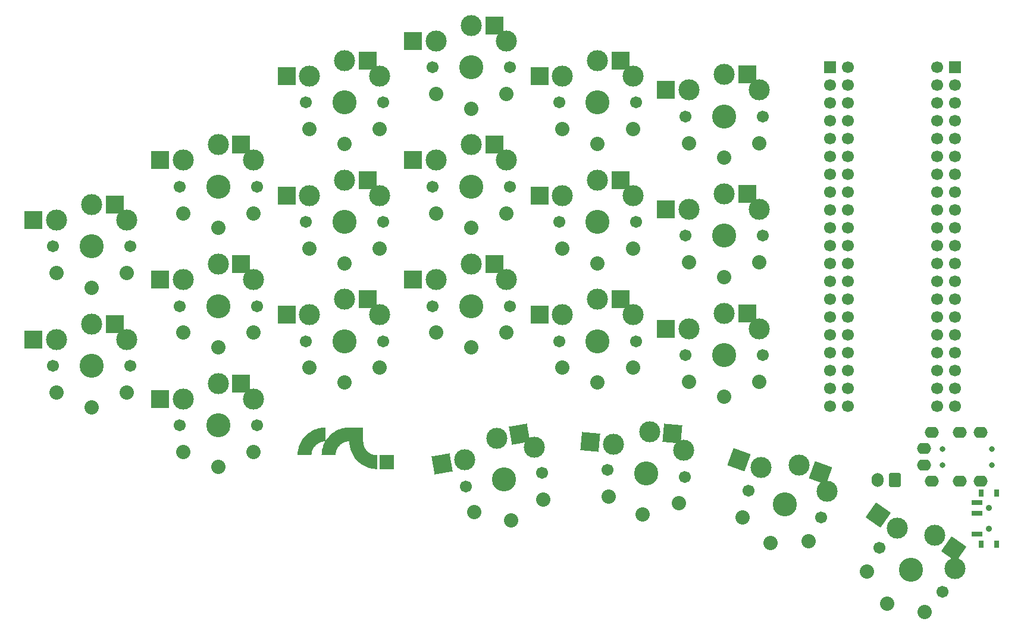
<source format=gbr>
%TF.GenerationSoftware,KiCad,Pcbnew,7.0.1-0*%
%TF.CreationDate,2025-04-04T15:19:30+02:00*%
%TF.ProjectId,nantor,6e616e74-6f72-42e6-9b69-6361645f7063,rev?*%
%TF.SameCoordinates,Original*%
%TF.FileFunction,Soldermask,Top*%
%TF.FilePolarity,Negative*%
%FSLAX46Y46*%
G04 Gerber Fmt 4.6, Leading zero omitted, Abs format (unit mm)*
G04 Created by KiCad (PCBNEW 7.0.1-0) date 2025-04-04 15:19:30*
%MOMM*%
%LPD*%
G01*
G04 APERTURE LIST*
G04 Aperture macros list*
%AMRoundRect*
0 Rectangle with rounded corners*
0 $1 Rounding radius*
0 $2 $3 $4 $5 $6 $7 $8 $9 X,Y pos of 4 corners*
0 Add a 4 corners polygon primitive as box body*
4,1,4,$2,$3,$4,$5,$6,$7,$8,$9,$2,$3,0*
0 Add four circle primitives for the rounded corners*
1,1,$1+$1,$2,$3*
1,1,$1+$1,$4,$5*
1,1,$1+$1,$6,$7*
1,1,$1+$1,$8,$9*
0 Add four rect primitives between the rounded corners*
20,1,$1+$1,$2,$3,$4,$5,0*
20,1,$1+$1,$4,$5,$6,$7,0*
20,1,$1+$1,$6,$7,$8,$9,0*
20,1,$1+$1,$8,$9,$2,$3,0*%
%AMRotRect*
0 Rectangle, with rotation*
0 The origin of the aperture is its center*
0 $1 length*
0 $2 width*
0 $3 Rotation angle, in degrees counterclockwise*
0 Add horizontal line*
21,1,$1,$2,0,0,$3*%
G04 Aperture macros list end*
%ADD10C,0.000000*%
%ADD11C,1.701800*%
%ADD12C,3.000000*%
%ADD13C,3.429000*%
%ADD14C,2.032000*%
%ADD15R,2.600000X2.600000*%
%ADD16RotRect,2.600000X2.600000X355.000000*%
%ADD17RotRect,2.600000X2.600000X340.000000*%
%ADD18R,1.700000X1.700000*%
%ADD19C,1.700000*%
%ADD20R,0.800000X1.000000*%
%ADD21C,0.900000*%
%ADD22R,1.500000X0.700000*%
%ADD23C,0.800000*%
%ADD24O,2.000000X1.600000*%
%ADD25RotRect,2.600000X2.600000X10.000000*%
%ADD26RotRect,2.600000X2.600000X325.000000*%
%ADD27RoundRect,0.250000X0.600000X0.750000X-0.600000X0.750000X-0.600000X-0.750000X0.600000X-0.750000X0*%
%ADD28O,1.700000X2.000000*%
G04 APERTURE END LIST*
D10*
G36*
X121496427Y-114490710D02*
G01*
X119520870Y-114490710D01*
X119520870Y-112515158D01*
X121496427Y-112515158D01*
X121496427Y-114490710D01*
G37*
G36*
X111753005Y-110540305D02*
G01*
X111651552Y-110543234D01*
X111551434Y-110551184D01*
X111452773Y-110564032D01*
X111355692Y-110581656D01*
X111260314Y-110603931D01*
X111166761Y-110630736D01*
X111075157Y-110661948D01*
X110985624Y-110697444D01*
X110898285Y-110737101D01*
X110813262Y-110780796D01*
X110730680Y-110828407D01*
X110650659Y-110879811D01*
X110573324Y-110934884D01*
X110498796Y-110993505D01*
X110427200Y-111055550D01*
X110358657Y-111120897D01*
X110293290Y-111189422D01*
X110231222Y-111261003D01*
X110172577Y-111335517D01*
X110117476Y-111412841D01*
X110066042Y-111492853D01*
X110018399Y-111575430D01*
X109974669Y-111660449D01*
X109934974Y-111747786D01*
X109899439Y-111837320D01*
X109868185Y-111928927D01*
X109841335Y-112022485D01*
X109819012Y-112117871D01*
X109801339Y-112214962D01*
X109788439Y-112313635D01*
X109780434Y-112413767D01*
X109777447Y-112515236D01*
X107801890Y-112515236D01*
X107807031Y-112311867D01*
X107822290Y-112111173D01*
X107847419Y-111913401D01*
X107882168Y-111718801D01*
X107926290Y-111527619D01*
X107979537Y-111340105D01*
X108041659Y-111156505D01*
X108112408Y-110977068D01*
X108191537Y-110802042D01*
X108278797Y-110631674D01*
X108373940Y-110466213D01*
X108476717Y-110305907D01*
X108586879Y-110151004D01*
X108704179Y-110001751D01*
X108828368Y-109858396D01*
X108959199Y-109721188D01*
X109096421Y-109590375D01*
X109239788Y-109466204D01*
X109389051Y-109348924D01*
X109543961Y-109238782D01*
X109704270Y-109136026D01*
X109869730Y-109040905D01*
X110040093Y-108953666D01*
X110215110Y-108874557D01*
X110394532Y-108803827D01*
X110578112Y-108741723D01*
X110765601Y-108688493D01*
X110956751Y-108644385D01*
X111151313Y-108609647D01*
X111349040Y-108584527D01*
X111549682Y-108569274D01*
X111752992Y-108564134D01*
X111753005Y-108564121D01*
X111753005Y-110540305D01*
G37*
G36*
X117149878Y-110540034D02*
G01*
X117152864Y-110641501D01*
X117160869Y-110741629D01*
X117173769Y-110840293D01*
X117191441Y-110937373D01*
X117213764Y-111032745D01*
X117240613Y-111126286D01*
X117271867Y-111217875D01*
X117307403Y-111307388D01*
X117347097Y-111394703D01*
X117390827Y-111479697D01*
X117438470Y-111562248D01*
X117489904Y-111642233D01*
X117545005Y-111719530D01*
X117603651Y-111794016D01*
X117665718Y-111865569D01*
X117731085Y-111934065D01*
X117799629Y-111999383D01*
X117871225Y-112061400D01*
X117945753Y-112119992D01*
X118023088Y-112175039D01*
X118103109Y-112226416D01*
X118185692Y-112274002D01*
X118270714Y-112317674D01*
X118358054Y-112357309D01*
X118447587Y-112392784D01*
X118539191Y-112423978D01*
X118632744Y-112450768D01*
X118728123Y-112473030D01*
X118825204Y-112490643D01*
X118923865Y-112503484D01*
X119023983Y-112511429D01*
X119125436Y-112514358D01*
X119125436Y-114491150D01*
X118922127Y-114486010D01*
X118721486Y-114470756D01*
X118523761Y-114445637D01*
X118329199Y-114410899D01*
X118138050Y-114366792D01*
X117950561Y-114313562D01*
X117766981Y-114251458D01*
X117587559Y-114180728D01*
X117412542Y-114101619D01*
X117242180Y-114014381D01*
X117076720Y-113919260D01*
X116916410Y-113816505D01*
X116761500Y-113706363D01*
X116612237Y-113589083D01*
X116468870Y-113464913D01*
X116331647Y-113334100D01*
X116200817Y-113196892D01*
X116076627Y-113053538D01*
X115959327Y-112904285D01*
X115849164Y-112749382D01*
X115746387Y-112589076D01*
X115651244Y-112423615D01*
X115563984Y-112253247D01*
X115484854Y-112078221D01*
X115414104Y-111898783D01*
X115351981Y-111715183D01*
X115298735Y-111527668D01*
X115254613Y-111336486D01*
X115219863Y-111141885D01*
X115194734Y-110944113D01*
X115179475Y-110743417D01*
X115174333Y-110540047D01*
X115072881Y-110542978D01*
X114972762Y-110550933D01*
X114874101Y-110563790D01*
X114777020Y-110581424D01*
X114681642Y-110603714D01*
X114588090Y-110630535D01*
X114496485Y-110661766D01*
X114406952Y-110697283D01*
X114319613Y-110736962D01*
X114234591Y-110780682D01*
X114152008Y-110828318D01*
X114071988Y-110879749D01*
X113994652Y-110934850D01*
X113920125Y-110993499D01*
X113848528Y-111055573D01*
X113779985Y-111120948D01*
X113714619Y-111189502D01*
X113652551Y-111261112D01*
X113593905Y-111335655D01*
X113538804Y-111413007D01*
X113487371Y-111493046D01*
X113439727Y-111575648D01*
X113395997Y-111660691D01*
X113356303Y-111748051D01*
X113320767Y-111837606D01*
X113289513Y-111929232D01*
X113262663Y-112022806D01*
X113240341Y-112118206D01*
X113222668Y-112215308D01*
X113209767Y-112313989D01*
X113201762Y-112414127D01*
X113198776Y-112515598D01*
X111223218Y-112515598D01*
X111228360Y-112312229D01*
X111243619Y-112111534D01*
X111268747Y-111913763D01*
X111303497Y-111719163D01*
X111347619Y-111527981D01*
X111400865Y-111340466D01*
X111462987Y-111156867D01*
X111533737Y-110977430D01*
X111612866Y-110802403D01*
X111700126Y-110632036D01*
X111795268Y-110466575D01*
X111898045Y-110306269D01*
X112008207Y-110151365D01*
X112125508Y-110002112D01*
X112249697Y-109858758D01*
X112380527Y-109721550D01*
X112517750Y-109590737D01*
X112661116Y-109466566D01*
X112810379Y-109349286D01*
X112965289Y-109239144D01*
X113125599Y-109136388D01*
X113291059Y-109041267D01*
X113461421Y-108954028D01*
X113636438Y-108874919D01*
X113815861Y-108804189D01*
X113999441Y-108742085D01*
X114186930Y-108688855D01*
X114378080Y-108644747D01*
X114572642Y-108610009D01*
X114770369Y-108584889D01*
X114971011Y-108569636D01*
X115174320Y-108564496D01*
X115174320Y-108564483D01*
X117149878Y-108564483D01*
X117149878Y-110540034D01*
G37*
D11*
%TO.C,KS12*%
X163006983Y-81277968D03*
D12*
X163506983Y-77527968D03*
X168506983Y-75327968D03*
D13*
X168506983Y-81277968D03*
D12*
X173506983Y-77527968D03*
D11*
X174006983Y-81277968D03*
D14*
X168506983Y-87177968D03*
D15*
X171781983Y-75327968D03*
X160231983Y-77527968D03*
D14*
X163506983Y-85077968D03*
X173506983Y-85077968D03*
%TD*%
D11*
%TO.C,KS2*%
X91006983Y-74277968D03*
D12*
X91506983Y-70527968D03*
X96506983Y-68327968D03*
D13*
X96506983Y-74277968D03*
D12*
X101506983Y-70527968D03*
D11*
X102006983Y-74277968D03*
D14*
X96506983Y-80177968D03*
D15*
X99781983Y-68327968D03*
X88231983Y-70527968D03*
D14*
X91506983Y-78077968D03*
X101506983Y-78077968D03*
%TD*%
D11*
%TO.C,KS3*%
X109006983Y-62277968D03*
D12*
X109506983Y-58527968D03*
X114506983Y-56327968D03*
D13*
X114506983Y-62277968D03*
D12*
X119506983Y-58527968D03*
D11*
X120006983Y-62277968D03*
D14*
X114506983Y-68177968D03*
D15*
X117781983Y-56327968D03*
X106231983Y-58527968D03*
D14*
X109506983Y-66077968D03*
X119506983Y-66077968D03*
%TD*%
D11*
%TO.C,KS19*%
X151915929Y-114619643D03*
D12*
X152740861Y-110927491D03*
X157913577Y-109171642D03*
D13*
X157395000Y-115099000D03*
D12*
X162702808Y-111799049D03*
D11*
X162874071Y-115578357D03*
D14*
X156880781Y-120976549D03*
D16*
X161176114Y-109457077D03*
X149478323Y-110642056D03*
D14*
X152082835Y-118448761D03*
X162044782Y-119320319D03*
%TD*%
D11*
%TO.C,KS4*%
X127006983Y-57277968D03*
D12*
X127506983Y-53527968D03*
X132506983Y-51327968D03*
D13*
X132506983Y-57277968D03*
D12*
X137506983Y-53527968D03*
D11*
X138006983Y-57277968D03*
D14*
X132506983Y-63177968D03*
D15*
X135781983Y-51327968D03*
X124231983Y-53527968D03*
D14*
X127506983Y-61077968D03*
X137506983Y-61077968D03*
%TD*%
D11*
%TO.C,KS17*%
X163006983Y-98277968D03*
D12*
X163506983Y-94527968D03*
X168506983Y-92327968D03*
D13*
X168506983Y-98277968D03*
D12*
X173506983Y-94527968D03*
D11*
X174006983Y-98277968D03*
D14*
X168506983Y-104177968D03*
D15*
X171781983Y-92327968D03*
X160231983Y-94527968D03*
D14*
X163506983Y-102077968D03*
X173506983Y-102077968D03*
%TD*%
D11*
%TO.C,KS11*%
X145006983Y-79277968D03*
D12*
X145506983Y-75527968D03*
X150506983Y-73327968D03*
D13*
X150506983Y-79277968D03*
D12*
X155506983Y-75527968D03*
D11*
X156006983Y-79277968D03*
D14*
X150506983Y-85177968D03*
D15*
X153781983Y-73327968D03*
X142231983Y-75527968D03*
D14*
X145506983Y-83077968D03*
X155506983Y-83077968D03*
%TD*%
D11*
%TO.C,KS16*%
X145006983Y-96277968D03*
D12*
X145506983Y-92527968D03*
X150506983Y-90327968D03*
D13*
X150506983Y-96277968D03*
D12*
X155506983Y-92527968D03*
D11*
X156006983Y-96277968D03*
D14*
X150506983Y-102177968D03*
D15*
X153781983Y-90327968D03*
X142231983Y-92527968D03*
D14*
X145506983Y-100077968D03*
X155506983Y-100077968D03*
%TD*%
D11*
%TO.C,KS1*%
X73006983Y-82777968D03*
D12*
X73506983Y-79027968D03*
X78506983Y-76827968D03*
D13*
X78506983Y-82777968D03*
D12*
X83506983Y-79027968D03*
D11*
X84006983Y-82777968D03*
D14*
X78506983Y-88677968D03*
D15*
X81781983Y-76827968D03*
X70231983Y-79027968D03*
D14*
X73506983Y-86577968D03*
X83506983Y-86577968D03*
%TD*%
D11*
%TO.C,KS7*%
X73006983Y-99777968D03*
D12*
X73506983Y-96027968D03*
X78506983Y-93827968D03*
D13*
X78506983Y-99777968D03*
D12*
X83506983Y-96027968D03*
D11*
X84006983Y-99777968D03*
D14*
X78506983Y-105677968D03*
D15*
X81781983Y-93827968D03*
X70231983Y-96027968D03*
D14*
X73506983Y-103577968D03*
X83506983Y-103577968D03*
%TD*%
D11*
%TO.C,KS20*%
X171978691Y-117596889D03*
D12*
X173731112Y-114244052D03*
X179182020Y-113886829D03*
D13*
X177147000Y-119478000D03*
D12*
X183128039Y-117664253D03*
D11*
X182315309Y-121359111D03*
D14*
X175129081Y-125022186D03*
D17*
X182259513Y-115006945D03*
X170653619Y-113123936D03*
D14*
X171148860Y-121338731D03*
X180545787Y-124758933D03*
%TD*%
D18*
%TO.C,U1*%
X183541983Y-57297968D03*
X201321983Y-57297968D03*
D19*
X183541983Y-59837968D03*
X201321983Y-59837968D03*
X183541983Y-62377968D03*
X201321983Y-62377968D03*
X183541983Y-64917968D03*
X201321983Y-64917968D03*
X183541983Y-67457968D03*
X201321983Y-67457968D03*
X183541983Y-69997968D03*
X201321983Y-69997968D03*
X183541983Y-72537968D03*
X201321983Y-72537968D03*
X183541983Y-75077968D03*
X201321983Y-75077968D03*
X183541983Y-77617968D03*
X201321983Y-77617968D03*
X183541983Y-80157968D03*
X201321983Y-80157968D03*
X183541983Y-82697968D03*
X201321983Y-82697968D03*
X183541983Y-85237968D03*
X201321983Y-85237968D03*
X183541983Y-87777968D03*
X201321983Y-87777968D03*
X183541983Y-90317968D03*
X201321983Y-90317968D03*
X183541983Y-92857968D03*
X201321983Y-92857968D03*
X183541983Y-95397968D03*
X201321983Y-95397968D03*
X183541983Y-97937968D03*
X201321983Y-97937968D03*
X183541983Y-100477968D03*
X201321983Y-100477968D03*
X183541983Y-103017968D03*
X201321983Y-103017968D03*
X183541983Y-105557968D03*
X201321983Y-105557968D03*
X186081983Y-105557968D03*
X198781983Y-105557968D03*
X186081983Y-103017968D03*
X198781983Y-103017968D03*
X186081983Y-100477968D03*
X198781983Y-100477968D03*
X186081983Y-97937968D03*
X198781983Y-97937968D03*
X186081983Y-95397968D03*
X198781983Y-95397968D03*
X186081983Y-92857968D03*
X198781983Y-92857968D03*
X186081983Y-90317968D03*
X198781983Y-90317968D03*
X186081983Y-87777968D03*
X198781983Y-87777968D03*
X186081983Y-85237968D03*
X198781983Y-85237968D03*
X186081983Y-82697968D03*
X198781983Y-82697968D03*
X186081983Y-80157968D03*
X198781983Y-80157968D03*
X186081983Y-77617968D03*
X198781983Y-77617968D03*
X186081983Y-75077968D03*
X198781983Y-75077968D03*
X186081983Y-72537968D03*
X198781983Y-72537968D03*
X186081983Y-69997968D03*
X198781983Y-69997968D03*
X186081983Y-67457968D03*
X198781983Y-67457968D03*
X186081983Y-64917968D03*
X198781983Y-64917968D03*
X186081983Y-62377968D03*
X198781983Y-62377968D03*
X186081983Y-59837968D03*
X198781983Y-59837968D03*
X186081983Y-57297968D03*
X198781983Y-57297968D03*
%TD*%
D11*
%TO.C,KS5*%
X145006983Y-62277968D03*
D12*
X145506983Y-58527968D03*
X150506983Y-56327968D03*
D13*
X150506983Y-62277968D03*
D12*
X155506983Y-58527968D03*
D11*
X156006983Y-62277968D03*
D14*
X150506983Y-68177968D03*
D15*
X153781983Y-56327968D03*
X142231983Y-58527968D03*
D14*
X145506983Y-66077968D03*
X155506983Y-66077968D03*
%TD*%
D20*
%TO.C,SW1*%
X205096699Y-125159898D03*
X207306699Y-125159898D03*
D21*
X206206699Y-123009898D03*
X206206699Y-120009898D03*
D20*
X205096699Y-117859898D03*
X207306699Y-117859898D03*
D22*
X204446699Y-123759898D03*
X204446699Y-120759898D03*
X204446699Y-119259898D03*
%TD*%
D23*
%TO.C,J1*%
X206615182Y-111607147D03*
X199615182Y-111607147D03*
X206615182Y-113887147D03*
X199615182Y-113887147D03*
D24*
X202015182Y-109307147D03*
X205015182Y-116187147D03*
X196915182Y-111587147D03*
X196915182Y-113907147D03*
X198015182Y-109307147D03*
X198015182Y-116187147D03*
X205015182Y-109307147D03*
X202015182Y-116187147D03*
%TD*%
D11*
%TO.C,KS6*%
X163006983Y-64277968D03*
D12*
X163506983Y-60527968D03*
X168506983Y-58327968D03*
D13*
X168506983Y-64277968D03*
D12*
X173506983Y-60527968D03*
D11*
X174006983Y-64277968D03*
D14*
X168506983Y-70177968D03*
D15*
X171781983Y-58327968D03*
X160231983Y-60527968D03*
D14*
X163506983Y-68077968D03*
X173506983Y-68077968D03*
%TD*%
D11*
%TO.C,KS13*%
X91006983Y-108277968D03*
D12*
X91506983Y-104527968D03*
X96506983Y-102327968D03*
D13*
X96506983Y-108277968D03*
D12*
X101506983Y-104527968D03*
D11*
X102006983Y-108277968D03*
D14*
X96506983Y-114177968D03*
D15*
X99781983Y-102327968D03*
X88231983Y-104527968D03*
D14*
X91506983Y-112077968D03*
X101506983Y-112077968D03*
%TD*%
D11*
%TO.C,KS14*%
X109006983Y-96277968D03*
D12*
X109506983Y-92527968D03*
X114506983Y-90327968D03*
D13*
X114506983Y-96277968D03*
D12*
X119506983Y-92527968D03*
D11*
X120006983Y-96277968D03*
D14*
X114506983Y-102177968D03*
D15*
X117781983Y-90327968D03*
X106231983Y-92527968D03*
D14*
X109506983Y-100077968D03*
X119506983Y-100077968D03*
%TD*%
D11*
%TO.C,KS18*%
X131766557Y-116937065D03*
D12*
X131607781Y-113157212D03*
X136149793Y-110122394D03*
D13*
X137183000Y-115982000D03*
D12*
X141455858Y-111420730D03*
D11*
X142599443Y-115026935D03*
D14*
X138207524Y-121792366D03*
D25*
X139375039Y-109553696D03*
X128382535Y-113725910D03*
D14*
X132918824Y-120592510D03*
X142766902Y-118856029D03*
%TD*%
D11*
%TO.C,KS10*%
X127006983Y-74277968D03*
D12*
X127506983Y-70527968D03*
X132506983Y-68327968D03*
D13*
X132506983Y-74277968D03*
D12*
X137506983Y-70527968D03*
D11*
X138006983Y-74277968D03*
D14*
X132506983Y-80177968D03*
D15*
X135781983Y-68327968D03*
X124231983Y-70527968D03*
D14*
X127506983Y-78077968D03*
X137506983Y-78077968D03*
%TD*%
D11*
%TO.C,KS15*%
X127006983Y-91277968D03*
D12*
X127506983Y-87527968D03*
X132506983Y-85327968D03*
D13*
X132506983Y-91277968D03*
D12*
X137506983Y-87527968D03*
D11*
X138006983Y-91277968D03*
D14*
X132506983Y-97177968D03*
D15*
X135781983Y-85327968D03*
X124231983Y-87527968D03*
D14*
X127506983Y-95077968D03*
X137506983Y-95077968D03*
%TD*%
D11*
%TO.C,KS21*%
X190587664Y-125665330D03*
D12*
X193148151Y-122880298D03*
X198505780Y-123946045D03*
D13*
X195093000Y-128820000D03*
D12*
X201339672Y-128616062D03*
D11*
X199598336Y-131974670D03*
D14*
X191708899Y-133652997D03*
D26*
X201188503Y-125824508D03*
X190465428Y-121001835D03*
D14*
X188817649Y-129064896D03*
X197009170Y-134800660D03*
%TD*%
D11*
%TO.C,KS9*%
X109006983Y-79277968D03*
D12*
X109506983Y-75527968D03*
X114506983Y-73327968D03*
D13*
X114506983Y-79277968D03*
D12*
X119506983Y-75527968D03*
D11*
X120006983Y-79277968D03*
D14*
X114506983Y-85177968D03*
D15*
X117781983Y-73327968D03*
X106231983Y-75527968D03*
D14*
X109506983Y-83077968D03*
X119506983Y-83077968D03*
%TD*%
D11*
%TO.C,KS8*%
X91006983Y-91277968D03*
D12*
X91506983Y-87527968D03*
X96506983Y-85327968D03*
D13*
X96506983Y-91277968D03*
D12*
X101506983Y-87527968D03*
D11*
X102006983Y-91277968D03*
D14*
X96506983Y-97177968D03*
D15*
X99781983Y-85327968D03*
X88231983Y-87527968D03*
D14*
X91506983Y-95077968D03*
X101506983Y-95077968D03*
%TD*%
D21*
%TO.C,SW2*%
X206207000Y-120010000D03*
X206207000Y-123010000D03*
%TD*%
D27*
%TO.C,J2*%
X192806983Y-116071469D03*
D28*
X190306983Y-116071469D03*
%TD*%
M02*

</source>
